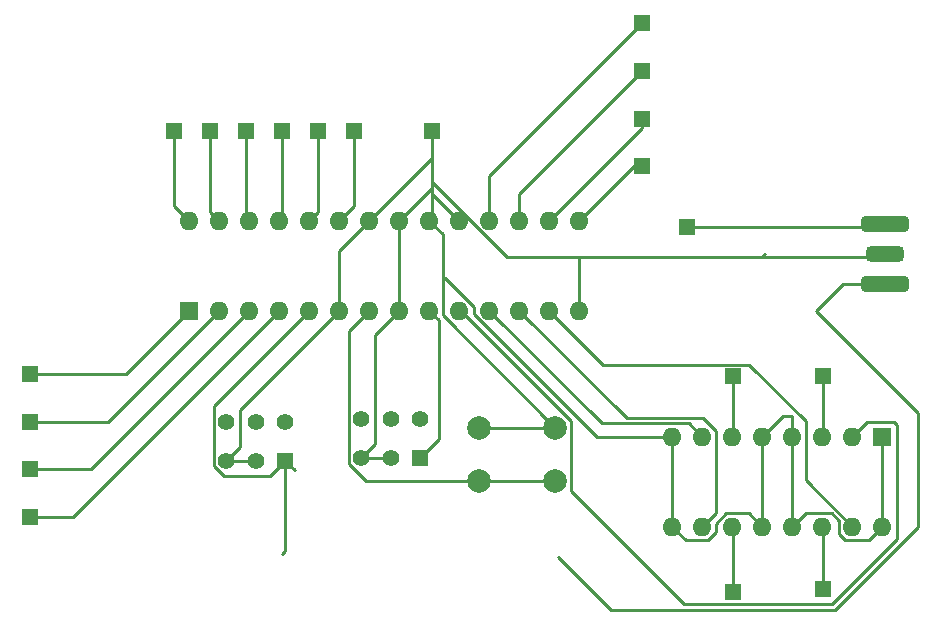
<source format=gbr>
%TF.GenerationSoftware,KiCad,Pcbnew,7.0.2*%
%TF.CreationDate,2023-06-25T23:38:38-03:00*%
%TF.ProjectId,Maze_Mapper,4d617a65-5f4d-4617-9070-65722e6b6963,rev?*%
%TF.SameCoordinates,Original*%
%TF.FileFunction,Copper,L2,Bot*%
%TF.FilePolarity,Positive*%
%FSLAX46Y46*%
G04 Gerber Fmt 4.6, Leading zero omitted, Abs format (unit mm)*
G04 Created by KiCad (PCBNEW 7.0.2) date 2023-06-25 23:38:38*
%MOMM*%
%LPD*%
G01*
G04 APERTURE LIST*
G04 Aperture macros list*
%AMRoundRect*
0 Rectangle with rounded corners*
0 $1 Rounding radius*
0 $2 $3 $4 $5 $6 $7 $8 $9 X,Y pos of 4 corners*
0 Add a 4 corners polygon primitive as box body*
4,1,4,$2,$3,$4,$5,$6,$7,$8,$9,$2,$3,0*
0 Add four circle primitives for the rounded corners*
1,1,$1+$1,$2,$3*
1,1,$1+$1,$4,$5*
1,1,$1+$1,$6,$7*
1,1,$1+$1,$8,$9*
0 Add four rect primitives between the rounded corners*
20,1,$1+$1,$2,$3,$4,$5,0*
20,1,$1+$1,$4,$5,$6,$7,0*
20,1,$1+$1,$6,$7,$8,$9,0*
20,1,$1+$1,$8,$9,$2,$3,0*%
G04 Aperture macros list end*
%TA.AperFunction,ComponentPad*%
%ADD10R,1.350000X1.350000*%
%TD*%
%TA.AperFunction,ComponentPad*%
%ADD11C,2.000000*%
%TD*%
%TA.AperFunction,ComponentPad*%
%ADD12R,1.600000X1.600000*%
%TD*%
%TA.AperFunction,ComponentPad*%
%ADD13O,1.600000X1.600000*%
%TD*%
%TA.AperFunction,ComponentPad*%
%ADD14R,1.400000X1.400000*%
%TD*%
%TA.AperFunction,ComponentPad*%
%ADD15C,1.400000*%
%TD*%
%TA.AperFunction,ComponentPad*%
%ADD16RoundRect,0.323750X-1.721250X-0.323750X1.721250X-0.323750X1.721250X0.323750X-1.721250X0.323750X0*%
%TD*%
%TA.AperFunction,ComponentPad*%
%ADD17RoundRect,0.323750X-1.263750X-0.323750X1.263750X-0.323750X1.263750X0.323750X-1.263750X0.323750X0*%
%TD*%
%TA.AperFunction,Conductor*%
%ADD18C,0.250000*%
%TD*%
G04 APERTURE END LIST*
D10*
%TO.P,J4,1,Pin_1*%
%TO.N,Net-(J4-Pin_1)*%
X144287000Y-76952000D03*
%TD*%
%TO.P,J2,1,Pin_1*%
%TO.N,Net-(J2-Pin_1)*%
X136667000Y-58918000D03*
%TD*%
%TO.P,J6,1,Pin_1*%
%TO.N,GND*%
X111252000Y-38100000D03*
%TD*%
D11*
%TO.P,SW3,1,1*%
%TO.N,GND*%
X115166000Y-63246000D03*
X121666000Y-63246000D03*
%TO.P,SW3,2,2*%
%TO.N,VCC*%
X115166000Y-67746000D03*
X121666000Y-67746000D03*
%TD*%
D10*
%TO.P,J14,1,Pin_1*%
%TO.N,PB3*%
X129032000Y-33034000D03*
%TD*%
%TO.P,J5,1,Pin_1*%
%TO.N,+10V*%
X132842000Y-46228000D03*
%TD*%
%TO.P,J3,1,Pin_1*%
%TO.N,Net-(J3-Pin_1)*%
X136667000Y-77206000D03*
%TD*%
D12*
%TO.P,U6,1,EN1\u002C2*%
%TO.N,GND*%
X149352000Y-64008000D03*
D13*
%TO.P,U6,2,1A*%
%TO.N,PB7*%
X146812000Y-64008000D03*
%TO.P,U6,3,1Y*%
%TO.N,Net-(J1-Pin_1)*%
X144272000Y-64008000D03*
%TO.P,U6,4,GND*%
%TO.N,GND*%
X141732000Y-64008000D03*
%TO.P,U6,5,GND*%
X139192000Y-64008000D03*
%TO.P,U6,6,2Y*%
%TO.N,Net-(J2-Pin_1)*%
X136652000Y-64008000D03*
%TO.P,U6,7,2A*%
%TO.N,PD5*%
X134112000Y-64008000D03*
%TO.P,U6,8,VCC2*%
%TO.N,GND*%
X131572000Y-64008000D03*
%TO.P,U6,9,EN3\u002C4*%
X131572000Y-71628000D03*
%TO.P,U6,10,3A*%
%TO.N,PD6*%
X134112000Y-71628000D03*
%TO.P,U6,11,3Y*%
%TO.N,Net-(J3-Pin_1)*%
X136652000Y-71628000D03*
%TO.P,U6,12,GND*%
%TO.N,GND*%
X139192000Y-71628000D03*
%TO.P,U6,13,GND*%
X141732000Y-71628000D03*
%TO.P,U6,14,4Y*%
%TO.N,Net-(J4-Pin_1)*%
X144272000Y-71628000D03*
%TO.P,U6,15,4A*%
%TO.N,PD7*%
X146812000Y-71628000D03*
%TO.P,U6,16,VCC1*%
%TO.N,GND*%
X149352000Y-71628000D03*
%TD*%
D10*
%TO.P,J17,1,Pin_1*%
%TO.N,PC6*%
X77216000Y-58688000D03*
%TD*%
%TO.P,J7,1,Pin_1*%
%TO.N,PC5*%
X89408000Y-38100000D03*
%TD*%
D12*
%TO.P,U1,1,~{RESET}/PC6*%
%TO.N,PC6*%
X90678000Y-53340000D03*
D13*
%TO.P,U1,2,PD0*%
%TO.N,PD0*%
X93218000Y-53340000D03*
%TO.P,U1,3,PD1*%
%TO.N,PD1*%
X95758000Y-53340000D03*
%TO.P,U1,4,PD2*%
%TO.N,PD2*%
X98298000Y-53340000D03*
%TO.P,U1,5,PD3*%
%TO.N,PD3*%
X100838000Y-53340000D03*
%TO.P,U1,6,PD4*%
%TO.N,GND*%
X103378000Y-53340000D03*
%TO.P,U1,7,VCC*%
%TO.N,VCC*%
X105918000Y-53340000D03*
%TO.P,U1,8,GND*%
%TO.N,GND*%
X108458000Y-53340000D03*
%TO.P,U1,9,XTAL1/PB6*%
%TO.N,PB6*%
X110998000Y-53340000D03*
%TO.P,U1,10,XTAL2/PB7*%
%TO.N,PB7*%
X113538000Y-53340000D03*
%TO.P,U1,11,PD5*%
%TO.N,PD5*%
X116078000Y-53340000D03*
%TO.P,U1,12,PD6*%
%TO.N,PD6*%
X118618000Y-53340000D03*
%TO.P,U1,13,PD7*%
%TO.N,PD7*%
X121158000Y-53340000D03*
%TO.P,U1,14,PB0*%
%TO.N,GND*%
X123698000Y-53340000D03*
%TO.P,U1,15,PB1*%
%TO.N,PB1*%
X123698000Y-45720000D03*
%TO.P,U1,16,PB2*%
%TO.N,PB2*%
X121158000Y-45720000D03*
%TO.P,U1,17,PB3*%
%TO.N,PB3*%
X118618000Y-45720000D03*
%TO.P,U1,18,PB4*%
%TO.N,PB4*%
X116078000Y-45720000D03*
%TO.P,U1,19,PB5*%
%TO.N,GND*%
X113538000Y-45720000D03*
%TO.P,U1,20,AVCC*%
X110998000Y-45720000D03*
%TO.P,U1,21,AREF*%
X108458000Y-45720000D03*
%TO.P,U1,22,GND*%
X105918000Y-45720000D03*
%TO.P,U1,23,PC0*%
%TO.N,PC0*%
X103378000Y-45720000D03*
%TO.P,U1,24,PC1*%
%TO.N,PC1*%
X100838000Y-45720000D03*
%TO.P,U1,25,PC2*%
%TO.N,PC2*%
X98298000Y-45720000D03*
%TO.P,U1,26,PC3*%
%TO.N,PC3*%
X95758000Y-45720000D03*
%TO.P,U1,27,PC4*%
%TO.N,PC4*%
X93218000Y-45720000D03*
%TO.P,U1,28,PC5*%
%TO.N,PC5*%
X90678000Y-45720000D03*
%TD*%
D14*
%TO.P,SW2,1,A*%
%TO.N,PB6*%
X110236000Y-65786000D03*
D15*
%TO.P,SW2,2,B*%
%TO.N,GND*%
X107736000Y-65786000D03*
%TO.P,SW2,3,C*%
X105236000Y-65786000D03*
%TO.P,SW2,4*%
%TO.N,N/C*%
X110236000Y-62486000D03*
%TO.P,SW2,5*%
X107736000Y-62486000D03*
%TO.P,SW2,6*%
X105236000Y-62486000D03*
%TD*%
D10*
%TO.P,J16,1,Pin_1*%
%TO.N,PB1*%
X129032000Y-41134000D03*
%TD*%
%TO.P,J20,1,Pin_1*%
%TO.N,PD2*%
X77216000Y-70838000D03*
%TD*%
%TO.P,J12,1,Pin_1*%
%TO.N,PC0*%
X104648000Y-38100000D03*
%TD*%
%TO.P,J18,1,Pin_1*%
%TO.N,PD0*%
X77216000Y-62738000D03*
%TD*%
%TO.P,J8,1,Pin_1*%
%TO.N,PC2*%
X98552000Y-38100000D03*
%TD*%
D14*
%TO.P,SW1,1,A*%
%TO.N,PD3*%
X98806000Y-66040000D03*
D15*
%TO.P,SW1,2,B*%
%TO.N,GND*%
X96306000Y-66040000D03*
%TO.P,SW1,3,C*%
X93806000Y-66040000D03*
%TO.P,SW1,4*%
%TO.N,N/C*%
X98806000Y-62740000D03*
%TO.P,SW1,5*%
X96306000Y-62740000D03*
%TO.P,SW1,6*%
X93806000Y-62740000D03*
%TD*%
D10*
%TO.P,J1,1,Pin_1*%
%TO.N,Net-(J1-Pin_1)*%
X144287000Y-58918000D03*
%TD*%
%TO.P,J13,1,Pin_1*%
%TO.N,PB4*%
X129032000Y-28984000D03*
%TD*%
D16*
%TO.P,U4,1,In*%
%TO.N,+10V*%
X149606000Y-45974000D03*
D17*
%TO.P,U4,2,GND*%
%TO.N,GND*%
X149606000Y-48514000D03*
D16*
%TO.P,U4,3,5V*%
%TO.N,5v*%
X149606000Y-51054000D03*
%TD*%
D10*
%TO.P,J11,1,Pin_1*%
%TO.N,PC3*%
X95504000Y-38100000D03*
%TD*%
%TO.P,J10,1,Pin_1*%
%TO.N,PC1*%
X101600000Y-38100000D03*
%TD*%
%TO.P,J15,1,Pin_1*%
%TO.N,PB2*%
X129032000Y-37084000D03*
%TD*%
%TO.P,J9,1,Pin_1*%
%TO.N,PC4*%
X92456000Y-38100000D03*
%TD*%
%TO.P,J19,1,Pin_1*%
%TO.N,PD1*%
X77216000Y-66788000D03*
%TD*%
D18*
%TO.N,Net-(J1-Pin_1)*%
X144287000Y-58918000D02*
X144287000Y-63993000D01*
X144287000Y-63993000D02*
X144272000Y-64008000D01*
%TO.N,Net-(J2-Pin_1)*%
X136667000Y-58918000D02*
X136667000Y-63993000D01*
X136667000Y-63993000D02*
X136652000Y-64008000D01*
%TO.N,Net-(J3-Pin_1)*%
X136667000Y-77206000D02*
X136667000Y-71643000D01*
X136667000Y-71643000D02*
X136652000Y-71628000D01*
%TO.N,Net-(J4-Pin_1)*%
X144287000Y-76952000D02*
X144287000Y-71643000D01*
X144287000Y-71643000D02*
X144272000Y-71628000D01*
%TO.N,+10V*%
X149079500Y-46228000D02*
X132842000Y-46228000D01*
%TO.N,GND*%
X114808000Y-53019009D02*
X112334991Y-50546000D01*
X145050604Y-70503000D02*
X145687000Y-71139396D01*
X139192000Y-64008000D02*
X139192000Y-71628000D01*
X94996000Y-61722000D02*
X103378000Y-53340000D01*
X141732000Y-64008000D02*
X141732000Y-71628000D01*
X123698000Y-48768000D02*
X117535009Y-48768000D01*
X149079500Y-48768000D02*
X123698000Y-48768000D01*
X106426000Y-64596000D02*
X106426000Y-55372000D01*
X111252000Y-38100000D02*
X111252000Y-42926000D01*
X139446000Y-48514000D02*
X139192000Y-48768000D01*
X111252000Y-42484991D02*
X111252000Y-38100000D01*
X106426000Y-55372000D02*
X108458000Y-53340000D01*
X117535009Y-48768000D02*
X111252000Y-42484991D01*
X96306000Y-66040000D02*
X93806000Y-66040000D01*
X105236000Y-65786000D02*
X106426000Y-64596000D01*
X131572000Y-64008000D02*
X125155009Y-64008000D01*
X103378000Y-48260000D02*
X105918000Y-45720000D01*
X94996000Y-64850000D02*
X94996000Y-61722000D01*
X135237000Y-72093991D02*
X134577991Y-72753000D01*
X146159000Y-72753000D02*
X148227000Y-72753000D01*
X112123000Y-46845000D02*
X110998000Y-45720000D01*
X111252000Y-40386000D02*
X105918000Y-45720000D01*
X112334991Y-50546000D02*
X112123000Y-50546000D01*
X111252000Y-45466000D02*
X110998000Y-45720000D01*
X111252000Y-38100000D02*
X111252000Y-43434000D01*
X111252000Y-38100000D02*
X111252000Y-40386000D01*
X149352000Y-64008000D02*
X149352000Y-71628000D01*
X111252000Y-43434000D02*
X113538000Y-45720000D01*
X139192000Y-71628000D02*
X138067000Y-70503000D01*
X125155009Y-64008000D02*
X114808000Y-53660991D01*
X134577991Y-72753000D02*
X132697000Y-72753000D01*
X111252000Y-38100000D02*
X111252000Y-45466000D01*
X115166000Y-63246000D02*
X121666000Y-63246000D01*
X121666000Y-63246000D02*
X112123000Y-53703000D01*
X141732000Y-62230000D02*
X141732000Y-64008000D01*
X135237000Y-71374000D02*
X135237000Y-72093991D01*
X132697000Y-72753000D02*
X131572000Y-71628000D01*
X131572000Y-64008000D02*
X131572000Y-71628000D01*
X112123000Y-53703000D02*
X112123000Y-50546000D01*
X138067000Y-70503000D02*
X136108000Y-70503000D01*
X93806000Y-66040000D02*
X94996000Y-64850000D01*
X112123000Y-50546000D02*
X112123000Y-46845000D01*
X107736000Y-65786000D02*
X105236000Y-65786000D01*
X111252000Y-42926000D02*
X108458000Y-45720000D01*
X136108000Y-70503000D02*
X135237000Y-71374000D01*
X103378000Y-53340000D02*
X103378000Y-48260000D01*
X140970000Y-62230000D02*
X141732000Y-62230000D01*
X145687000Y-72281000D02*
X146159000Y-72753000D01*
X145687000Y-71139396D02*
X145687000Y-72281000D01*
X148227000Y-72753000D02*
X149352000Y-71628000D01*
X142857000Y-70503000D02*
X145050604Y-70503000D01*
X123698000Y-53340000D02*
X123698000Y-48768000D01*
X141732000Y-71628000D02*
X142857000Y-70503000D01*
X139192000Y-64008000D02*
X140970000Y-62230000D01*
X108458000Y-45720000D02*
X108458000Y-53340000D01*
X114808000Y-53660991D02*
X114808000Y-53019009D01*
%TO.N,PC5*%
X89408000Y-38100000D02*
X89408000Y-44450000D01*
X89408000Y-44450000D02*
X90678000Y-45720000D01*
%TO.N,PC2*%
X98552000Y-38100000D02*
X98552000Y-45466000D01*
X98552000Y-45466000D02*
X98298000Y-45720000D01*
%TO.N,PC4*%
X92456000Y-44958000D02*
X93218000Y-45720000D01*
X92456000Y-38100000D02*
X92456000Y-44958000D01*
%TO.N,PC1*%
X101600000Y-38100000D02*
X101600000Y-44958000D01*
X101600000Y-44958000D02*
X100838000Y-45720000D01*
%TO.N,PC3*%
X95504000Y-45466000D02*
X95758000Y-45720000D01*
X95504000Y-38100000D02*
X95504000Y-45466000D01*
%TO.N,PC0*%
X104648000Y-38100000D02*
X104648000Y-44450000D01*
X104648000Y-44450000D02*
X103378000Y-45720000D01*
%TO.N,PB4*%
X129032000Y-28984000D02*
X116078000Y-41938000D01*
X116078000Y-41938000D02*
X116078000Y-45720000D01*
%TO.N,PB3*%
X129032000Y-33034000D02*
X118618000Y-43448000D01*
X118618000Y-43448000D02*
X118618000Y-45720000D01*
%TO.N,PB2*%
X129032000Y-37084000D02*
X129032000Y-37846000D01*
X129032000Y-37846000D02*
X121158000Y-45720000D01*
%TO.N,PB1*%
X128284000Y-41134000D02*
X123698000Y-45720000D01*
X129032000Y-41134000D02*
X128284000Y-41134000D01*
%TO.N,PC6*%
X77216000Y-58688000D02*
X85330000Y-58688000D01*
X85330000Y-58688000D02*
X90678000Y-53340000D01*
%TO.N,PD0*%
X83820000Y-62738000D02*
X93218000Y-53340000D01*
X77216000Y-62738000D02*
X83820000Y-62738000D01*
%TO.N,PD1*%
X82310000Y-66788000D02*
X95758000Y-53340000D01*
X77216000Y-66788000D02*
X82310000Y-66788000D01*
%TO.N,PD2*%
X80800000Y-70838000D02*
X98298000Y-53340000D01*
X77216000Y-70838000D02*
X80800000Y-70838000D01*
%TO.N,PD3*%
X98806000Y-73660000D02*
X98552000Y-73914000D01*
X93626431Y-67310000D02*
X97536000Y-67310000D01*
X100838000Y-53340000D02*
X92781000Y-61397000D01*
X92781000Y-66464569D02*
X93626431Y-67310000D01*
X97536000Y-67310000D02*
X98806000Y-66040000D01*
X99577000Y-66811000D02*
X98806000Y-66040000D01*
X92781000Y-61397000D02*
X92781000Y-66464569D01*
X98806000Y-66040000D02*
X98806000Y-73660000D01*
%TO.N,PB6*%
X111797999Y-64224001D02*
X110236000Y-65786000D01*
X110998000Y-53340000D02*
X111797999Y-54139999D01*
X111797999Y-54139999D02*
X111797999Y-64224001D01*
%TO.N,VCC*%
X105918000Y-53340000D02*
X104211000Y-55047000D01*
X104211000Y-55047000D02*
X104211000Y-66365000D01*
X104211000Y-66365000D02*
X105592000Y-67746000D01*
X115166000Y-67746000D02*
X121666000Y-67746000D01*
X105592000Y-67746000D02*
X115166000Y-67746000D01*
%TO.N,PB7*%
X113633833Y-53340000D02*
X122991000Y-62697167D01*
X113538000Y-53340000D02*
X113633833Y-53340000D01*
X150622000Y-72644000D02*
X150622000Y-63028000D01*
X148082000Y-62738000D02*
X146812000Y-64008000D01*
X122991000Y-62697167D02*
X122991000Y-68635000D01*
X150622000Y-63028000D02*
X150332000Y-62738000D01*
X145060000Y-78206000D02*
X150622000Y-72644000D01*
X150332000Y-62738000D02*
X148082000Y-62738000D01*
X122991000Y-68635000D02*
X132562000Y-78206000D01*
X132562000Y-78206000D02*
X145060000Y-78206000D01*
%TO.N,PD5*%
X132987000Y-62883000D02*
X134112000Y-64008000D01*
X116078000Y-53340000D02*
X125621000Y-62883000D01*
X125621000Y-62883000D02*
X132987000Y-62883000D01*
%TO.N,PD6*%
X135237000Y-63542009D02*
X135237000Y-70503000D01*
X118618000Y-53340000D02*
X127711000Y-62433000D01*
X135237000Y-70503000D02*
X134112000Y-71628000D01*
X127711000Y-62433000D02*
X134127991Y-62433000D01*
X134127991Y-62433000D02*
X135237000Y-63542009D01*
%TO.N,PD7*%
X125736000Y-57918000D02*
X138056396Y-57918000D01*
X142857000Y-62718604D02*
X142857000Y-67673000D01*
X142857000Y-67673000D02*
X146812000Y-71628000D01*
X121158000Y-53340000D02*
X125736000Y-57918000D01*
X138056396Y-57918000D02*
X142857000Y-62718604D01*
%TO.N,5v*%
X126408000Y-78656000D02*
X121920000Y-74168000D01*
X146050000Y-51054000D02*
X143764000Y-53340000D01*
X149606000Y-51054000D02*
X146050000Y-51054000D01*
X143764000Y-53340000D02*
X152400000Y-61976000D01*
X152400000Y-61976000D02*
X152400000Y-71628000D01*
X152400000Y-71628000D02*
X145372000Y-78656000D01*
X145372000Y-78656000D02*
X126408000Y-78656000D01*
%TD*%
M02*

</source>
